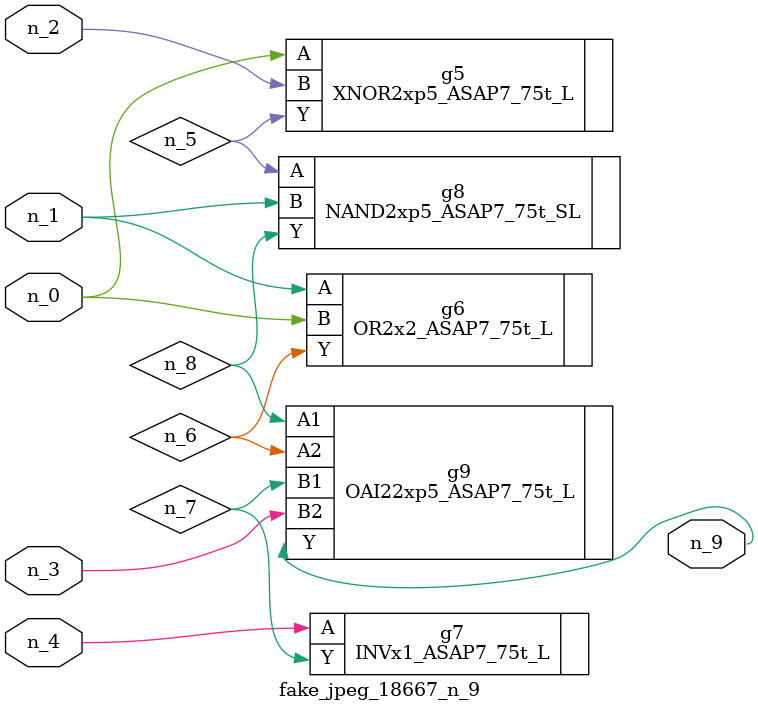
<source format=v>
module fake_jpeg_18667_n_9 (n_3, n_2, n_1, n_0, n_4, n_9);

input n_3;
input n_2;
input n_1;
input n_0;
input n_4;

output n_9;

wire n_8;
wire n_6;
wire n_5;
wire n_7;

XNOR2xp5_ASAP7_75t_L g5 ( 
.A(n_0),
.B(n_2),
.Y(n_5)
);

OR2x2_ASAP7_75t_L g6 ( 
.A(n_1),
.B(n_0),
.Y(n_6)
);

INVx1_ASAP7_75t_L g7 ( 
.A(n_4),
.Y(n_7)
);

NAND2xp5_ASAP7_75t_SL g8 ( 
.A(n_5),
.B(n_1),
.Y(n_8)
);

OAI22xp5_ASAP7_75t_L g9 ( 
.A1(n_8),
.A2(n_6),
.B1(n_7),
.B2(n_3),
.Y(n_9)
);


endmodule
</source>
